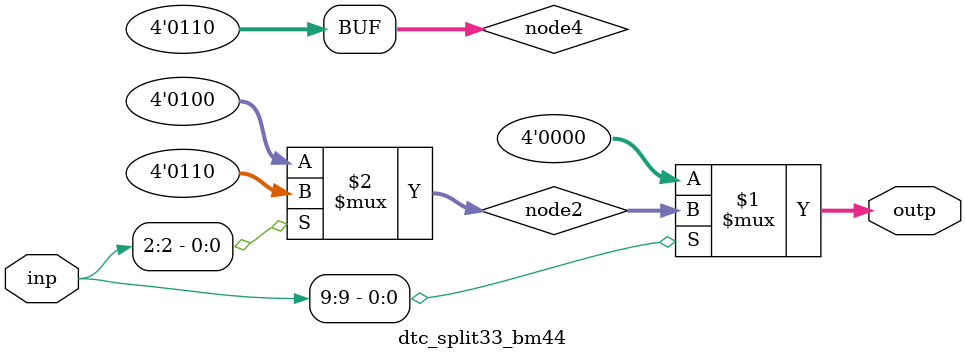
<source format=v>
module dtc_split33_bm44 (
	input  wire [10-1:0] inp,
	output wire [4-1:0] outp
);

	wire [4-1:0] node2;
	wire [4-1:0] node4;

	assign outp = (inp[9]) ? node2 : 4'b0000;
		assign node2 = (inp[2]) ? node4 : 4'b0100;
			assign node4 = (inp[7]) ? 4'b0110 : 4'b0110;

endmodule
</source>
